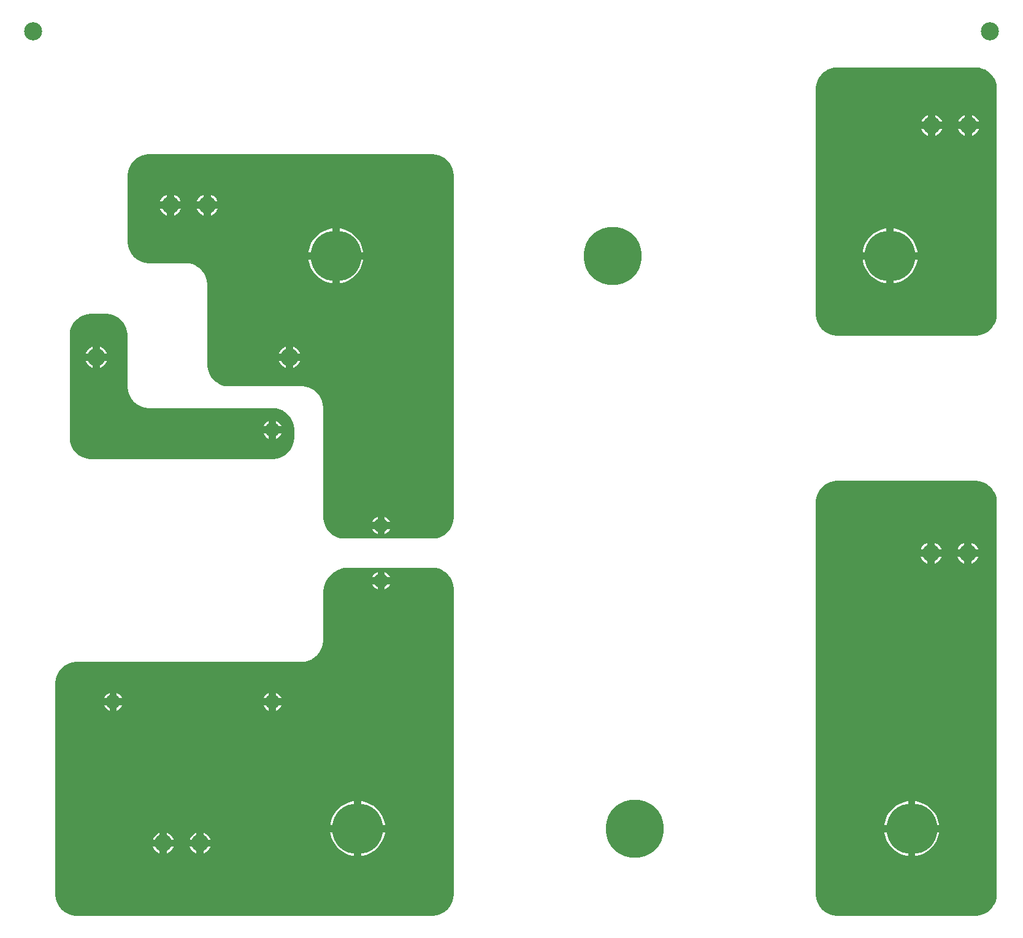
<source format=gtl>
G04 Layer_Physical_Order=1*
G04 Layer_Color=255*
%FSLAX24Y24*%
%MOIN*%
G70*
G01*
G75*
%ADD10C,0.0787*%
%ADD11C,0.0950*%
%ADD12C,0.0984*%
%ADD13C,0.0800*%
%ADD14C,0.3150*%
%ADD15C,0.2756*%
%ADD16C,0.0472*%
G36*
X44488Y57874D02*
X51968D01*
X51968Y57874D01*
X51968Y57874D01*
X52046Y57874D01*
X52199Y57854D01*
X52349Y57814D01*
X52492Y57754D01*
X52626Y57677D01*
X52749Y57583D01*
X52858Y57473D01*
X52953Y57351D01*
X53030Y57216D01*
X53089Y57073D01*
X53129Y56924D01*
X53150Y56770D01*
Y56693D01*
X53150Y44488D01*
X53150Y44488D01*
Y44411D01*
X53129Y44257D01*
X53089Y44108D01*
X53030Y43965D01*
X52953Y43831D01*
X52858Y43708D01*
X52749Y43598D01*
X52626Y43504D01*
X52492Y43427D01*
X52349Y43367D01*
X52199Y43327D01*
X52046Y43307D01*
X51968D01*
X44488Y43307D01*
X44488Y43307D01*
X44411Y43307D01*
X44257Y43327D01*
X44108Y43367D01*
X43965Y43427D01*
X43831Y43504D01*
X43708Y43598D01*
X43598Y43708D01*
X43504Y43831D01*
X43427Y43965D01*
X43367Y44108D01*
X43327Y44257D01*
X43307Y44411D01*
Y44488D01*
Y56693D01*
X43307Y56770D01*
X43327Y56924D01*
X43367Y57073D01*
X43427Y57216D01*
X43504Y57351D01*
X43598Y57473D01*
X43708Y57583D01*
X43831Y57677D01*
X43965Y57754D01*
X44108Y57814D01*
X44257Y57854D01*
X44411Y57874D01*
X44488Y57874D01*
D02*
G37*
G36*
X4724Y44488D02*
X4724Y44488D01*
X4802Y44488D01*
X4955Y44468D01*
X5105Y44428D01*
X5248Y44369D01*
X5382Y44291D01*
X5505Y44197D01*
X5614Y44088D01*
X5709Y43965D01*
X5786Y43831D01*
X5845Y43688D01*
X5885Y43538D01*
X5906Y43384D01*
X5906Y43307D01*
X5906Y40551D01*
X5908Y40474D01*
X5928Y40321D01*
X5968Y40172D01*
X6027Y40029D01*
X6105Y39895D01*
X6199Y39772D01*
X6308Y39663D01*
X6430Y39569D01*
X6564Y39492D01*
X6707Y39433D01*
X6856Y39393D01*
X7009Y39373D01*
X7087Y39370D01*
X13780Y39370D01*
X13780Y39370D01*
X13780Y39370D01*
X13857Y39370D01*
X14010Y39350D01*
X14160Y39310D01*
X14303Y39251D01*
X14437Y39173D01*
X14560Y39079D01*
X14669Y38969D01*
X14764Y38847D01*
X14841Y38712D01*
X14900Y38569D01*
X14940Y38420D01*
X14961Y38266D01*
X14961Y38189D01*
X14961Y37795D01*
X14961Y37795D01*
X14961Y37718D01*
X14940Y37564D01*
X14900Y37415D01*
X14841Y37272D01*
X14764Y37138D01*
X14669Y37015D01*
X14560Y36905D01*
X14437Y36811D01*
X14303Y36734D01*
X14160Y36674D01*
X14010Y36634D01*
X13857Y36614D01*
X13780D01*
X3937Y36614D01*
X3937Y36614D01*
X3860Y36614D01*
X3706Y36634D01*
X3557Y36674D01*
X3413Y36734D01*
X3279Y36811D01*
X3157Y36905D01*
X3047Y37015D01*
X2953Y37138D01*
X2875Y37272D01*
X2816Y37415D01*
X2776Y37564D01*
X2756Y37718D01*
Y37795D01*
X2756Y43260D01*
X2756Y43307D01*
X2756Y43307D01*
X2756Y43307D01*
X2756Y43384D01*
X2776Y43538D01*
X2816Y43688D01*
X2875Y43831D01*
X2953Y43965D01*
X3047Y44088D01*
X3157Y44197D01*
X3279Y44291D01*
X3413Y44369D01*
X3557Y44428D01*
X3706Y44468D01*
X3860Y44488D01*
X3937Y44488D01*
X4724Y44488D01*
X4724Y44488D01*
D02*
G37*
G36*
X22441Y30709D02*
X22441Y30709D01*
X22518Y30709D01*
X22672Y30688D01*
X22821Y30648D01*
X22964Y30589D01*
X23099Y30512D01*
X23221Y30417D01*
X23331Y30308D01*
X23425Y30185D01*
X23503Y30051D01*
X23562Y29908D01*
X23602Y29758D01*
X23622Y29605D01*
X23622Y29528D01*
X23622Y12992D01*
X23622Y12992D01*
Y12915D01*
X23602Y12761D01*
X23562Y12612D01*
X23503Y12469D01*
X23425Y12335D01*
X23331Y12212D01*
X23221Y12102D01*
X23099Y12008D01*
X22964Y11931D01*
X22821Y11871D01*
X22672Y11831D01*
X22518Y11811D01*
X22441D01*
X3150Y11811D01*
X3072Y11811D01*
X2919Y11831D01*
X2769Y11871D01*
X2626Y11931D01*
X2492Y12008D01*
X2369Y12102D01*
X2260Y12212D01*
X2165Y12335D01*
X2088Y12469D01*
X2029Y12612D01*
X1989Y12761D01*
X1969Y12915D01*
X1969Y12992D01*
X1969Y24362D01*
X1969Y24409D01*
X1969Y24409D01*
X1969Y24409D01*
X1969Y24409D01*
X1969Y24487D01*
X1989Y24640D01*
X2029Y24790D01*
X2088Y24933D01*
X2165Y25067D01*
X2260Y25190D01*
X2369Y25299D01*
X2492Y25394D01*
X2626Y25471D01*
X2769Y25530D01*
X2919Y25570D01*
X3072Y25591D01*
X3150Y25591D01*
X15354Y25591D01*
X15354Y25591D01*
Y25591D01*
X15432Y25593D01*
X15585Y25613D01*
X15734Y25653D01*
X15877Y25712D01*
X16011Y25790D01*
X16133Y25884D01*
X16242Y25993D01*
X16336Y26115D01*
X16414Y26249D01*
X16473Y26392D01*
X16513Y26541D01*
X16533Y26694D01*
X16535Y26772D01*
X16535Y29284D01*
X16535Y29331D01*
X16535Y29331D01*
X16535Y29331D01*
X16535Y29331D01*
X16535Y29421D01*
X16559Y29600D01*
X16606Y29775D01*
X16675Y29941D01*
X16765Y30098D01*
X16875Y30241D01*
X17003Y30369D01*
X17146Y30479D01*
X17303Y30569D01*
X17470Y30638D01*
X17644Y30685D01*
X17823Y30709D01*
X17913Y30709D01*
X22441Y30709D01*
X22441Y30709D01*
D02*
G37*
G36*
X22441Y53150D02*
X22441Y53150D01*
X22518Y53150D01*
X22672Y53129D01*
X22821Y53089D01*
X22964Y53030D01*
X23099Y52953D01*
X23221Y52858D01*
X23331Y52749D01*
X23425Y52626D01*
X23503Y52492D01*
X23562Y52349D01*
X23602Y52199D01*
X23622Y52046D01*
Y51968D01*
X23622Y33465D01*
X23622Y33465D01*
X23622Y33387D01*
X23602Y33234D01*
X23562Y33084D01*
X23503Y32941D01*
X23425Y32807D01*
X23331Y32684D01*
X23221Y32575D01*
X23099Y32480D01*
X22964Y32403D01*
X22821Y32344D01*
X22672Y32304D01*
X22518Y32283D01*
X22441Y32283D01*
X17717D01*
X17639Y32283D01*
X17486Y32304D01*
X17336Y32344D01*
X17193Y32403D01*
X17059Y32480D01*
X16936Y32575D01*
X16827Y32684D01*
X16732Y32807D01*
X16655Y32941D01*
X16596Y33084D01*
X16556Y33234D01*
X16535Y33387D01*
X16535Y33465D01*
X16535Y39370D01*
X16535Y39370D01*
X16535Y39370D01*
X16533Y39447D01*
X16513Y39601D01*
X16473Y39750D01*
X16414Y39892D01*
X16336Y40026D01*
X16242Y40149D01*
X16133Y40258D01*
X16011Y40352D01*
X15877Y40429D01*
X15734Y40489D01*
X15585Y40528D01*
X15432Y40549D01*
X15354Y40551D01*
X11417Y40551D01*
X11417Y40551D01*
X11340D01*
X11186Y40571D01*
X11037Y40611D01*
X10894Y40671D01*
X10760Y40748D01*
X10637Y40842D01*
X10527Y40952D01*
X10433Y41075D01*
X10356Y41209D01*
X10296Y41352D01*
X10256Y41501D01*
X10236Y41655D01*
Y41732D01*
X10236Y46063D01*
X10236Y46063D01*
X10236Y46063D01*
X10234Y46140D01*
X10214Y46293D01*
X10174Y46443D01*
X10114Y46585D01*
X10037Y46719D01*
X9943Y46842D01*
X9834Y46951D01*
X9711Y47045D01*
X9578Y47122D01*
X9435Y47181D01*
X9286Y47221D01*
X9132Y47242D01*
X9055Y47244D01*
X7087Y47244D01*
X7009D01*
X6856Y47264D01*
X6706Y47304D01*
X6563Y47364D01*
X6429Y47441D01*
X6306Y47535D01*
X6197Y47645D01*
X6102Y47768D01*
X6025Y47902D01*
X5966Y48045D01*
X5926Y48194D01*
X5906Y48348D01*
Y48425D01*
Y51968D01*
X5906Y51968D01*
X5906Y51968D01*
X5906Y52046D01*
X5926Y52199D01*
X5966Y52349D01*
X6025Y52492D01*
X6102Y52626D01*
X6197Y52749D01*
X6306Y52858D01*
X6429Y52953D01*
X6563Y53030D01*
X6706Y53089D01*
X6856Y53129D01*
X7009Y53150D01*
X7087Y53150D01*
X22441Y53150D01*
X22441Y53150D01*
D02*
G37*
G36*
X51968Y35433D02*
X52046D01*
X52199Y35413D01*
X52349Y35373D01*
X52492Y35314D01*
X52626Y35236D01*
X52749Y35142D01*
X52858Y35032D01*
X52953Y34910D01*
X53030Y34775D01*
X53089Y34632D01*
X53129Y34483D01*
X53150Y34329D01*
X53150Y34252D01*
X53150D01*
X53150Y12992D01*
X53150Y12915D01*
X53129Y12761D01*
X53089Y12612D01*
X53030Y12469D01*
X52953Y12335D01*
X52858Y12212D01*
X52749Y12102D01*
X52626Y12008D01*
X52492Y11931D01*
X52349Y11871D01*
X52199Y11831D01*
X52046Y11811D01*
X51968Y11811D01*
X51968Y11811D01*
Y11811D01*
X44411D01*
X44257Y11831D01*
X44108Y11871D01*
X43965Y11931D01*
X43831Y12008D01*
X43708Y12102D01*
X43598Y12212D01*
X43504Y12335D01*
X43427Y12469D01*
X43367Y12612D01*
X43327Y12761D01*
X43307Y12915D01*
Y12992D01*
X43307Y12992D01*
X43307Y34252D01*
X43307Y34329D01*
X43327Y34483D01*
X43367Y34632D01*
X43427Y34775D01*
X43504Y34910D01*
X43598Y35032D01*
X43708Y35142D01*
X43831Y35236D01*
X43965Y35314D01*
X44108Y35373D01*
X44257Y35413D01*
X44411Y35433D01*
X44488Y35433D01*
X44488Y35433D01*
X51968Y35433D01*
D02*
G37*
%LPC*%
G36*
X47539Y49123D02*
Y47835D01*
X48828D01*
X48825Y47873D01*
X48770Y48102D01*
X48680Y48319D01*
X48557Y48520D01*
X48404Y48699D01*
X48225Y48852D01*
X48024Y48975D01*
X47806Y49065D01*
X47577Y49120D01*
X47539Y49123D01*
D02*
G37*
G36*
X51409Y55284D02*
X51378Y55275D01*
X51275Y55220D01*
X51185Y55146D01*
X51111Y55056D01*
X51056Y54952D01*
X51046Y54921D01*
X51409D01*
Y55284D01*
D02*
G37*
G36*
X49409D02*
X49378Y55275D01*
X49275Y55220D01*
X49185Y55146D01*
X49111Y55056D01*
X49056Y54952D01*
X49046Y54921D01*
X49409D01*
Y55284D01*
D02*
G37*
G36*
X51803Y55284D02*
Y54921D01*
X52166D01*
X52157Y54952D01*
X52102Y55056D01*
X52028Y55146D01*
X51937Y55220D01*
X51834Y55275D01*
X51803Y55284D01*
D02*
G37*
G36*
X49803D02*
Y54921D01*
X50166D01*
X50157Y54952D01*
X50102Y55056D01*
X50028Y55146D01*
X49937Y55220D01*
X49834Y55275D01*
X49803Y55284D01*
D02*
G37*
G36*
X52166Y54528D02*
X51803D01*
Y54164D01*
X51834Y54174D01*
X51937Y54229D01*
X52028Y54303D01*
X52102Y54393D01*
X52157Y54496D01*
X52166Y54528D01*
D02*
G37*
G36*
X49409D02*
X49046D01*
X49056Y54496D01*
X49111Y54393D01*
X49185Y54303D01*
X49275Y54229D01*
X49378Y54174D01*
X49409Y54164D01*
Y54528D01*
D02*
G37*
G36*
X50166D02*
X49803D01*
Y54164D01*
X49834Y54174D01*
X49937Y54229D01*
X50028Y54303D01*
X50102Y54393D01*
X50157Y54496D01*
X50166Y54528D01*
D02*
G37*
G36*
X51409D02*
X51046D01*
X51056Y54496D01*
X51111Y54393D01*
X51185Y54303D01*
X51275Y54229D01*
X51378Y54174D01*
X51409Y54164D01*
Y54528D01*
D02*
G37*
G36*
X47146Y47441D02*
X45857D01*
X45860Y47403D01*
X45915Y47174D01*
X46005Y46957D01*
X46128Y46756D01*
X46281Y46577D01*
X46460Y46424D01*
X46661Y46301D01*
X46879Y46211D01*
X47108Y46156D01*
X47146Y46153D01*
Y47441D01*
D02*
G37*
G36*
Y49123D02*
X47108Y49120D01*
X46879Y49065D01*
X46661Y48975D01*
X46460Y48852D01*
X46281Y48699D01*
X46128Y48520D01*
X46005Y48319D01*
X45915Y48102D01*
X45860Y47873D01*
X45857Y47835D01*
X47146D01*
Y49123D01*
D02*
G37*
G36*
X48828Y47441D02*
X47539D01*
Y46153D01*
X47577Y46156D01*
X47806Y46211D01*
X48024Y46301D01*
X48225Y46424D01*
X48404Y46577D01*
X48557Y46756D01*
X48680Y46957D01*
X48770Y47174D01*
X48825Y47403D01*
X48828Y47441D01*
D02*
G37*
G36*
X4002Y41929D02*
X3621D01*
X3632Y41891D01*
X3689Y41785D01*
X3765Y41692D01*
X3858Y41616D01*
X3964Y41559D01*
X4002Y41548D01*
Y41929D01*
D02*
G37*
G36*
X13976Y38668D02*
Y38386D01*
X14259D01*
X14232Y38450D01*
X14149Y38558D01*
X14041Y38642D01*
X13976Y38668D01*
D02*
G37*
G36*
X4777Y41929D02*
X4396D01*
Y41548D01*
X4433Y41559D01*
X4539Y41616D01*
X4632Y41692D01*
X4709Y41785D01*
X4765Y41891D01*
X4777Y41929D01*
D02*
G37*
G36*
X13583Y38668D02*
X13518Y38642D01*
X13410Y38558D01*
X13327Y38450D01*
X13300Y38386D01*
X13583D01*
Y38668D01*
D02*
G37*
G36*
X14259Y37992D02*
X13976D01*
Y37710D01*
X14041Y37736D01*
X14149Y37819D01*
X14232Y37928D01*
X14259Y37992D01*
D02*
G37*
G36*
X13583D02*
X13300D01*
X13327Y37928D01*
X13410Y37819D01*
X13518Y37736D01*
X13583Y37710D01*
Y37992D01*
D02*
G37*
G36*
X4396Y42704D02*
Y42323D01*
X4777D01*
X4765Y42361D01*
X4709Y42467D01*
X4632Y42560D01*
X4539Y42636D01*
X4433Y42692D01*
X4396Y42704D01*
D02*
G37*
G36*
X4002D02*
X3964Y42692D01*
X3858Y42636D01*
X3765Y42560D01*
X3689Y42467D01*
X3632Y42361D01*
X3621Y42323D01*
X4002D01*
Y42704D01*
D02*
G37*
G36*
X19488Y30469D02*
X19427Y30443D01*
X19320Y30361D01*
X19238Y30254D01*
X19213Y30193D01*
X19488D01*
Y30469D01*
D02*
G37*
G36*
X19882Y30468D02*
Y30193D01*
X20157D01*
X20132Y30254D01*
X20050Y30361D01*
X19943Y30443D01*
X19882Y30468D01*
D02*
G37*
G36*
X13583Y23904D02*
X13518Y23878D01*
X13410Y23795D01*
X13327Y23686D01*
X13300Y23622D01*
X13583D01*
Y23904D01*
D02*
G37*
G36*
X5315D02*
Y23622D01*
X5597D01*
X5571Y23686D01*
X5488Y23795D01*
X5379Y23878D01*
X5315Y23904D01*
D02*
G37*
G36*
X13976D02*
Y23622D01*
X14259D01*
X14232Y23686D01*
X14149Y23795D01*
X14041Y23878D01*
X13976Y23904D01*
D02*
G37*
G36*
X19488Y29799D02*
X19213D01*
X19238Y29738D01*
X19320Y29631D01*
X19427Y29549D01*
X19488Y29524D01*
Y29799D01*
D02*
G37*
G36*
X20157D02*
X19882D01*
Y29524D01*
X19943Y29549D01*
X20050Y29631D01*
X20132Y29738D01*
X20157Y29799D01*
D02*
G37*
G36*
X4921Y23904D02*
X4857Y23878D01*
X4749Y23795D01*
X4666Y23686D01*
X4639Y23622D01*
X4921D01*
Y23904D01*
D02*
G37*
G36*
X8403Y15551D02*
X8039D01*
Y15188D01*
X8071Y15197D01*
X8174Y15252D01*
X8264Y15327D01*
X8338Y15417D01*
X8393Y15520D01*
X8403Y15551D01*
D02*
G37*
G36*
X9646D02*
X9282D01*
X9292Y15520D01*
X9347Y15417D01*
X9421Y15327D01*
X9511Y15252D01*
X9614Y15197D01*
X9646Y15188D01*
Y15551D01*
D02*
G37*
G36*
X10403D02*
X10039D01*
Y15188D01*
X10071Y15197D01*
X10174Y15252D01*
X10264Y15327D01*
X10338Y15417D01*
X10393Y15520D01*
X10403Y15551D01*
D02*
G37*
G36*
X9646Y16308D02*
X9614Y16299D01*
X9511Y16244D01*
X9421Y16169D01*
X9347Y16079D01*
X9292Y15976D01*
X9282Y15945D01*
X9646D01*
Y16308D01*
D02*
G37*
G36*
X7646D02*
X7614Y16299D01*
X7511Y16244D01*
X7421Y16169D01*
X7347Y16079D01*
X7292Y15976D01*
X7282Y15945D01*
X7646D01*
Y16308D01*
D02*
G37*
G36*
X19891Y16339D02*
X18602D01*
Y15050D01*
X18640Y15053D01*
X18869Y15108D01*
X19087Y15198D01*
X19288Y15321D01*
X19467Y15474D01*
X19620Y15653D01*
X19743Y15854D01*
X19833Y16072D01*
X19888Y16301D01*
X19891Y16339D01*
D02*
G37*
G36*
X18209D02*
X16920D01*
X16923Y16301D01*
X16978Y16072D01*
X17068Y15854D01*
X17191Y15653D01*
X17344Y15474D01*
X17523Y15321D01*
X17724Y15198D01*
X17942Y15108D01*
X18171Y15053D01*
X18209Y15050D01*
Y16339D01*
D02*
G37*
G36*
X7646Y15551D02*
X7282D01*
X7292Y15520D01*
X7347Y15417D01*
X7421Y15327D01*
X7511Y15252D01*
X7614Y15197D01*
X7646Y15188D01*
Y15551D01*
D02*
G37*
G36*
X4921Y23228D02*
X4639D01*
X4666Y23164D01*
X4749Y23056D01*
X4857Y22973D01*
X4921Y22946D01*
Y23228D01*
D02*
G37*
G36*
X13583D02*
X13300D01*
X13327Y23164D01*
X13410Y23056D01*
X13518Y22973D01*
X13583Y22946D01*
Y23228D01*
D02*
G37*
G36*
X14259D02*
X13976D01*
Y22946D01*
X14041Y22973D01*
X14149Y23056D01*
X14232Y23164D01*
X14259Y23228D01*
D02*
G37*
G36*
X5597D02*
X5315D01*
Y22946D01*
X5379Y22973D01*
X5488Y23056D01*
X5571Y23164D01*
X5597Y23228D01*
D02*
G37*
G36*
X10039Y16308D02*
Y15945D01*
X10403D01*
X10393Y15976D01*
X10338Y16079D01*
X10264Y16169D01*
X10174Y16244D01*
X10071Y16299D01*
X10039Y16308D01*
D02*
G37*
G36*
X8039D02*
Y15945D01*
X8403D01*
X8393Y15976D01*
X8338Y16079D01*
X8264Y16169D01*
X8174Y16244D01*
X8071Y16299D01*
X8039Y16308D01*
D02*
G37*
G36*
X18209Y18021D02*
X18171Y18018D01*
X17942Y17963D01*
X17724Y17873D01*
X17523Y17750D01*
X17344Y17597D01*
X17191Y17418D01*
X17068Y17217D01*
X16978Y16999D01*
X16923Y16770D01*
X16920Y16732D01*
X18209D01*
Y18021D01*
D02*
G37*
G36*
X18602D02*
Y16732D01*
X19891D01*
X19888Y16770D01*
X19833Y16999D01*
X19743Y17217D01*
X19620Y17418D01*
X19467Y17597D01*
X19288Y17750D01*
X19087Y17873D01*
X18869Y17963D01*
X18640Y18018D01*
X18602Y18021D01*
D02*
G37*
G36*
X19488Y32799D02*
X19213D01*
X19238Y32738D01*
X19320Y32631D01*
X19427Y32549D01*
X19488Y32524D01*
Y32799D01*
D02*
G37*
G36*
X20157D02*
X19882D01*
Y32524D01*
X19943Y32549D01*
X20050Y32631D01*
X20132Y32738D01*
X20157Y32799D01*
D02*
G37*
G36*
X10796Y50197D02*
X10433D01*
Y49834D01*
X10464Y49843D01*
X10567Y49898D01*
X10658Y49972D01*
X10732Y50063D01*
X10787Y50166D01*
X10796Y50197D01*
D02*
G37*
G36*
X8796D02*
X8433D01*
Y49834D01*
X8464Y49843D01*
X8567Y49898D01*
X8658Y49972D01*
X8732Y50063D01*
X8787Y50166D01*
X8796Y50197D01*
D02*
G37*
G36*
X8039Y50954D02*
X8008Y50944D01*
X7905Y50889D01*
X7815Y50815D01*
X7741Y50725D01*
X7686Y50622D01*
X7676Y50591D01*
X8039D01*
Y50954D01*
D02*
G37*
G36*
X10039D02*
X10008Y50944D01*
X9905Y50889D01*
X9815Y50815D01*
X9741Y50725D01*
X9686Y50622D01*
X9676Y50591D01*
X10039D01*
Y50954D01*
D02*
G37*
G36*
Y50197D02*
X9676D01*
X9686Y50166D01*
X9741Y50063D01*
X9815Y49972D01*
X9905Y49898D01*
X10008Y49843D01*
X10039Y49834D01*
Y50197D01*
D02*
G37*
G36*
X17028Y49123D02*
X16990Y49120D01*
X16761Y49065D01*
X16543Y48975D01*
X16342Y48852D01*
X16163Y48699D01*
X16010Y48520D01*
X15887Y48319D01*
X15797Y48102D01*
X15742Y47873D01*
X15739Y47835D01*
X17028D01*
Y49123D01*
D02*
G37*
G36*
X8039Y50197D02*
X7676D01*
X7686Y50166D01*
X7741Y50063D01*
X7815Y49972D01*
X7905Y49898D01*
X8008Y49843D01*
X8039Y49834D01*
Y50197D01*
D02*
G37*
G36*
X17421Y49123D02*
Y47835D01*
X18710D01*
X18707Y47873D01*
X18652Y48102D01*
X18562Y48319D01*
X18438Y48520D01*
X18286Y48699D01*
X18106Y48852D01*
X17906Y48975D01*
X17688Y49065D01*
X17459Y49120D01*
X17421Y49123D01*
D02*
G37*
G36*
X10433Y50954D02*
Y50591D01*
X10796D01*
X10787Y50622D01*
X10732Y50725D01*
X10658Y50815D01*
X10567Y50889D01*
X10464Y50944D01*
X10433Y50954D01*
D02*
G37*
G36*
X8433D02*
Y50591D01*
X8796D01*
X8787Y50622D01*
X8732Y50725D01*
X8658Y50815D01*
X8567Y50889D01*
X8464Y50944D01*
X8433Y50954D01*
D02*
G37*
G36*
X14502Y41929D02*
X14121D01*
X14132Y41891D01*
X14189Y41785D01*
X14265Y41692D01*
X14358Y41616D01*
X14464Y41559D01*
X14502Y41548D01*
Y41929D01*
D02*
G37*
G36*
X19882Y33468D02*
Y33193D01*
X20157D01*
X20132Y33254D01*
X20050Y33361D01*
X19943Y33443D01*
X19882Y33468D01*
D02*
G37*
G36*
X19488Y33469D02*
X19427Y33443D01*
X19320Y33361D01*
X19238Y33254D01*
X19213Y33193D01*
X19488D01*
Y33469D01*
D02*
G37*
G36*
X15277Y41929D02*
X14896D01*
Y41548D01*
X14933Y41559D01*
X15039Y41616D01*
X15132Y41692D01*
X15209Y41785D01*
X15265Y41891D01*
X15277Y41929D01*
D02*
G37*
G36*
X18710Y47441D02*
X17421D01*
Y46153D01*
X17459Y46156D01*
X17688Y46211D01*
X17906Y46301D01*
X18106Y46424D01*
X18286Y46577D01*
X18438Y46756D01*
X18562Y46957D01*
X18652Y47174D01*
X18707Y47403D01*
X18710Y47441D01*
D02*
G37*
G36*
X17028D02*
X15739D01*
X15742Y47403D01*
X15797Y47174D01*
X15887Y46957D01*
X16010Y46756D01*
X16163Y46577D01*
X16342Y46424D01*
X16543Y46301D01*
X16761Y46211D01*
X16990Y46156D01*
X17028Y46153D01*
Y47441D01*
D02*
G37*
G36*
X14896Y42704D02*
Y42323D01*
X15277D01*
X15265Y42361D01*
X15209Y42467D01*
X15132Y42560D01*
X15039Y42636D01*
X14933Y42692D01*
X14896Y42704D01*
D02*
G37*
G36*
X14502D02*
X14464Y42692D01*
X14358Y42636D01*
X14265Y42560D01*
X14189Y42467D01*
X14132Y42361D01*
X14121Y42323D01*
X14502D01*
Y42704D01*
D02*
G37*
G36*
X49772Y32056D02*
Y31693D01*
X50135D01*
X50125Y31724D01*
X50070Y31827D01*
X49996Y31917D01*
X49906Y31992D01*
X49803Y32047D01*
X49772Y32056D01*
D02*
G37*
G36*
X51378Y32056D02*
X51347Y32047D01*
X51244Y31992D01*
X51153Y31917D01*
X51079Y31827D01*
X51024Y31724D01*
X51015Y31693D01*
X51378D01*
Y32056D01*
D02*
G37*
G36*
X51772Y32056D02*
Y31693D01*
X52135D01*
X52125Y31724D01*
X52070Y31827D01*
X51996Y31917D01*
X51906Y31992D01*
X51803Y32047D01*
X51772Y32056D01*
D02*
G37*
G36*
X49378Y32056D02*
X49347Y32047D01*
X49244Y31992D01*
X49153Y31917D01*
X49079Y31827D01*
X49024Y31724D01*
X49015Y31693D01*
X49378D01*
Y32056D01*
D02*
G37*
G36*
X51378Y31299D02*
X51015D01*
X51024Y31268D01*
X51079Y31165D01*
X51153Y31075D01*
X51244Y31001D01*
X51347Y30945D01*
X51378Y30936D01*
Y31299D01*
D02*
G37*
G36*
X49378D02*
X49015D01*
X49024Y31268D01*
X49079Y31165D01*
X49153Y31075D01*
X49244Y31001D01*
X49347Y30945D01*
X49378Y30936D01*
Y31299D01*
D02*
G37*
G36*
X52135D02*
X51772D01*
Y30936D01*
X51803Y30945D01*
X51906Y31001D01*
X51996Y31075D01*
X52070Y31165D01*
X52125Y31268D01*
X52135Y31299D01*
D02*
G37*
G36*
X50135D02*
X49772D01*
Y30936D01*
X49803Y30945D01*
X49906Y31001D01*
X49996Y31075D01*
X50070Y31165D01*
X50125Y31268D01*
X50135Y31299D01*
D02*
G37*
G36*
X48327Y16339D02*
X47038D01*
X47041Y16301D01*
X47096Y16072D01*
X47186Y15854D01*
X47310Y15653D01*
X47462Y15474D01*
X47642Y15321D01*
X47842Y15198D01*
X48060Y15108D01*
X48289Y15053D01*
X48327Y15050D01*
Y16339D01*
D02*
G37*
G36*
X50009D02*
X48720D01*
Y15050D01*
X48758Y15053D01*
X48987Y15108D01*
X49205Y15198D01*
X49406Y15321D01*
X49585Y15474D01*
X49738Y15653D01*
X49861Y15854D01*
X49951Y16072D01*
X50006Y16301D01*
X50009Y16339D01*
D02*
G37*
G36*
X48720Y18021D02*
Y16732D01*
X50009D01*
X50006Y16770D01*
X49951Y16999D01*
X49861Y17217D01*
X49738Y17418D01*
X49585Y17597D01*
X49406Y17750D01*
X49205Y17873D01*
X48987Y17963D01*
X48758Y18018D01*
X48720Y18021D01*
D02*
G37*
G36*
X48327D02*
X48289Y18018D01*
X48060Y17963D01*
X47842Y17873D01*
X47642Y17750D01*
X47462Y17597D01*
X47310Y17418D01*
X47186Y17217D01*
X47096Y16999D01*
X47041Y16770D01*
X47038Y16732D01*
X48327D01*
Y18021D01*
D02*
G37*
%LPD*%
D10*
X19685Y29996D02*
D03*
Y32996D02*
D03*
D11*
X7843Y15748D02*
D03*
X9843D02*
D03*
X49606Y54724D02*
D03*
X51606D02*
D03*
X8236Y50394D02*
D03*
X10236D02*
D03*
X49575Y31496D02*
D03*
X51575D02*
D03*
D12*
X14699Y42126D02*
D03*
X4199D02*
D03*
X787Y59843D02*
D03*
X52756D02*
D03*
D13*
X5118Y38189D02*
D03*
Y23425D02*
D03*
X13780Y38189D02*
D03*
Y23425D02*
D03*
D14*
X32283Y47638D02*
D03*
X33465Y16535D02*
D03*
D15*
X47343Y47638D02*
D03*
X17224D02*
D03*
X48524Y16535D02*
D03*
X18406D02*
D03*
D16*
X23071Y18346D02*
D03*
Y17165D02*
D03*
Y15984D02*
D03*
Y14803D02*
D03*
Y13622D02*
D03*
Y12441D02*
D03*
X21890Y18346D02*
D03*
Y17165D02*
D03*
Y15984D02*
D03*
Y14803D02*
D03*
Y13622D02*
D03*
Y12441D02*
D03*
X20709Y18346D02*
D03*
Y17165D02*
D03*
Y15984D02*
D03*
Y14803D02*
D03*
Y13622D02*
D03*
Y12441D02*
D03*
X19528Y18346D02*
D03*
Y14803D02*
D03*
Y13622D02*
D03*
Y12441D02*
D03*
X18346Y18346D02*
D03*
Y14803D02*
D03*
Y13622D02*
D03*
Y12441D02*
D03*
X17165Y18346D02*
D03*
Y14803D02*
D03*
Y13622D02*
D03*
Y12441D02*
D03*
X15984Y18346D02*
D03*
Y17165D02*
D03*
Y15984D02*
D03*
Y14803D02*
D03*
Y13622D02*
D03*
Y12441D02*
D03*
X14803Y18346D02*
D03*
Y17165D02*
D03*
Y15984D02*
D03*
Y14803D02*
D03*
Y13622D02*
D03*
Y12441D02*
D03*
X13622Y18346D02*
D03*
Y17165D02*
D03*
Y15984D02*
D03*
Y14803D02*
D03*
Y13622D02*
D03*
Y12441D02*
D03*
X12441Y18346D02*
D03*
Y17165D02*
D03*
Y15984D02*
D03*
Y14803D02*
D03*
Y13622D02*
D03*
Y12441D02*
D03*
X11260Y18346D02*
D03*
Y17165D02*
D03*
Y15984D02*
D03*
Y14803D02*
D03*
Y13622D02*
D03*
Y12441D02*
D03*
X10079Y18346D02*
D03*
Y17165D02*
D03*
Y14803D02*
D03*
Y13622D02*
D03*
Y12441D02*
D03*
X8898Y18346D02*
D03*
Y17165D02*
D03*
Y12441D02*
D03*
X7717Y18346D02*
D03*
Y17165D02*
D03*
Y14803D02*
D03*
Y13622D02*
D03*
Y12441D02*
D03*
X6535Y18346D02*
D03*
Y17165D02*
D03*
Y15984D02*
D03*
Y14803D02*
D03*
Y13622D02*
D03*
Y12441D02*
D03*
X5354Y18346D02*
D03*
Y17165D02*
D03*
Y15984D02*
D03*
Y14803D02*
D03*
Y13622D02*
D03*
Y12441D02*
D03*
X4173Y18346D02*
D03*
Y17165D02*
D03*
Y15984D02*
D03*
Y14803D02*
D03*
Y13622D02*
D03*
Y12441D02*
D03*
X2992Y18346D02*
D03*
Y17165D02*
D03*
Y15984D02*
D03*
Y14803D02*
D03*
Y13622D02*
D03*
Y12441D02*
D03*
X19528Y51417D02*
D03*
Y50236D02*
D03*
Y49055D02*
D03*
Y47874D02*
D03*
Y46693D02*
D03*
Y45512D02*
D03*
Y44331D02*
D03*
X18346Y51417D02*
D03*
Y50236D02*
D03*
Y49055D02*
D03*
Y45512D02*
D03*
Y44331D02*
D03*
X17165Y51417D02*
D03*
Y50236D02*
D03*
Y45512D02*
D03*
Y44331D02*
D03*
X15984Y51417D02*
D03*
Y50236D02*
D03*
Y49055D02*
D03*
Y45512D02*
D03*
Y44331D02*
D03*
X14803Y51417D02*
D03*
Y50236D02*
D03*
Y49055D02*
D03*
Y47874D02*
D03*
Y46693D02*
D03*
Y45512D02*
D03*
Y44331D02*
D03*
X11260Y52598D02*
D03*
Y51417D02*
D03*
Y50236D02*
D03*
Y49055D02*
D03*
Y47874D02*
D03*
X10079Y52598D02*
D03*
Y51417D02*
D03*
Y49055D02*
D03*
Y47874D02*
D03*
X8898Y52598D02*
D03*
Y51417D02*
D03*
Y49055D02*
D03*
X7717Y52598D02*
D03*
Y51417D02*
D03*
Y49055D02*
D03*
Y47874D02*
D03*
X6535Y52598D02*
D03*
Y51417D02*
D03*
Y50236D02*
D03*
Y49055D02*
D03*
Y47874D02*
D03*
X52598Y32520D02*
D03*
Y31339D02*
D03*
Y30157D02*
D03*
X51417Y33701D02*
D03*
Y32520D02*
D03*
Y30157D02*
D03*
Y28976D02*
D03*
X50236Y33701D02*
D03*
Y32520D02*
D03*
Y30157D02*
D03*
Y28976D02*
D03*
X49055Y33701D02*
D03*
Y32520D02*
D03*
Y30157D02*
D03*
Y28976D02*
D03*
X47874Y33701D02*
D03*
Y32520D02*
D03*
Y31339D02*
D03*
Y30157D02*
D03*
Y28976D02*
D03*
X46693Y33701D02*
D03*
Y32520D02*
D03*
Y31339D02*
D03*
Y30157D02*
D03*
Y28976D02*
D03*
X45512Y33701D02*
D03*
Y32520D02*
D03*
Y31339D02*
D03*
Y30157D02*
D03*
Y28976D02*
D03*
X44331Y32520D02*
D03*
Y31339D02*
D03*
Y30157D02*
D03*
X52362Y19488D02*
D03*
Y18307D02*
D03*
Y17126D02*
D03*
Y15945D02*
D03*
Y14764D02*
D03*
X51181Y20669D02*
D03*
Y19488D02*
D03*
Y18307D02*
D03*
Y17126D02*
D03*
Y15945D02*
D03*
Y14764D02*
D03*
Y13583D02*
D03*
X50000Y20669D02*
D03*
Y19488D02*
D03*
Y13583D02*
D03*
X48819Y20669D02*
D03*
Y19488D02*
D03*
Y13583D02*
D03*
X47638Y20669D02*
D03*
Y19488D02*
D03*
Y13583D02*
D03*
X46457Y20669D02*
D03*
Y19488D02*
D03*
Y13583D02*
D03*
X45276Y20669D02*
D03*
Y19488D02*
D03*
Y18307D02*
D03*
Y17126D02*
D03*
Y15945D02*
D03*
Y14764D02*
D03*
Y13583D02*
D03*
X44094Y19488D02*
D03*
Y18307D02*
D03*
Y17126D02*
D03*
Y15945D02*
D03*
Y14764D02*
D03*
X51772Y56299D02*
D03*
Y52756D02*
D03*
Y51575D02*
D03*
Y50394D02*
D03*
Y49213D02*
D03*
Y48032D02*
D03*
Y46850D02*
D03*
Y45669D02*
D03*
Y44488D02*
D03*
X50591Y56299D02*
D03*
Y52756D02*
D03*
Y50394D02*
D03*
Y49213D02*
D03*
Y48032D02*
D03*
Y46850D02*
D03*
Y45669D02*
D03*
Y44488D02*
D03*
X49409Y56299D02*
D03*
Y52756D02*
D03*
Y51575D02*
D03*
Y50394D02*
D03*
Y49213D02*
D03*
Y48032D02*
D03*
Y46850D02*
D03*
Y45669D02*
D03*
Y44488D02*
D03*
X48228Y56299D02*
D03*
Y55118D02*
D03*
Y53937D02*
D03*
Y52756D02*
D03*
Y51575D02*
D03*
Y50394D02*
D03*
Y45669D02*
D03*
Y44488D02*
D03*
X47047Y56299D02*
D03*
Y55118D02*
D03*
Y53937D02*
D03*
Y52756D02*
D03*
Y51575D02*
D03*
Y50394D02*
D03*
Y45669D02*
D03*
Y44488D02*
D03*
X45866Y56299D02*
D03*
Y55118D02*
D03*
Y53937D02*
D03*
Y52756D02*
D03*
Y51575D02*
D03*
Y50394D02*
D03*
Y45669D02*
D03*
Y44488D02*
D03*
X44685Y56299D02*
D03*
Y55118D02*
D03*
Y53937D02*
D03*
Y52756D02*
D03*
Y51575D02*
D03*
Y50394D02*
D03*
Y49213D02*
D03*
Y48032D02*
D03*
Y46850D02*
D03*
Y45669D02*
D03*
Y44488D02*
D03*
M02*

</source>
